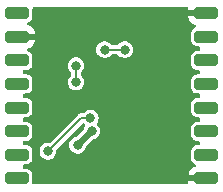
<source format=gbl>
%TF.GenerationSoftware,KiCad,Pcbnew,7.0.8*%
%TF.CreationDate,2024-01-16T20:57:43+00:00*%
%TF.ProjectId,RadioModule,52616469-6f4d-46f6-9475-6c652e6b6963,rev?*%
%TF.SameCoordinates,Original*%
%TF.FileFunction,Copper,L4,Bot*%
%TF.FilePolarity,Positive*%
%FSLAX46Y46*%
G04 Gerber Fmt 4.6, Leading zero omitted, Abs format (unit mm)*
G04 Created by KiCad (PCBNEW 7.0.8) date 2024-01-16 20:57:43*
%MOMM*%
%LPD*%
G01*
G04 APERTURE LIST*
G04 Aperture macros list*
%AMRoundRect*
0 Rectangle with rounded corners*
0 $1 Rounding radius*
0 $2 $3 $4 $5 $6 $7 $8 $9 X,Y pos of 4 corners*
0 Add a 4 corners polygon primitive as box body*
4,1,4,$2,$3,$4,$5,$6,$7,$8,$9,$2,$3,0*
0 Add four circle primitives for the rounded corners*
1,1,$1+$1,$2,$3*
1,1,$1+$1,$4,$5*
1,1,$1+$1,$6,$7*
1,1,$1+$1,$8,$9*
0 Add four rect primitives between the rounded corners*
20,1,$1+$1,$2,$3,$4,$5,0*
20,1,$1+$1,$4,$5,$6,$7,0*
20,1,$1+$1,$6,$7,$8,$9,0*
20,1,$1+$1,$8,$9,$2,$3,0*%
G04 Aperture macros list end*
%TA.AperFunction,CastellatedPad*%
%ADD10RoundRect,0.250000X0.750000X-0.250000X0.750000X0.250000X-0.750000X0.250000X-0.750000X-0.250000X0*%
%TD*%
%TA.AperFunction,ViaPad*%
%ADD11C,0.800000*%
%TD*%
%TA.AperFunction,Conductor*%
%ADD12C,0.200000*%
%TD*%
%TA.AperFunction,Conductor*%
%ADD13C,0.500000*%
%TD*%
G04 APERTURE END LIST*
D10*
%TO.P,J5,1,Pin_1*%
%TO.N,3V3*%
X90000000Y-79000000D03*
%TD*%
%TO.P,J7,1,Pin_1*%
%TO.N,unconnected-(J7-Pin_1-Pad1)*%
X90000000Y-83000000D03*
%TD*%
%TO.P,J9,1,Pin_1*%
%TO.N,GND*%
X106000000Y-71000000D03*
%TD*%
%TO.P,J3,1,Pin_1*%
%TO.N,unconnected-(J3-Pin_1-Pad1)*%
X90000000Y-75000000D03*
%TD*%
%TO.P,J16,1,Pin_1*%
%TO.N,GND*%
X106000000Y-85000000D03*
%TD*%
%TO.P,J6,1,Pin_1*%
%TO.N,INT*%
X90000000Y-81000000D03*
%TD*%
%TO.P,J12,1,Pin_1*%
%TO.N,CS*%
X106000000Y-77000000D03*
%TD*%
%TO.P,J2,1,Pin_1*%
%TO.N,GND*%
X90000000Y-73000000D03*
%TD*%
%TO.P,J11,1,Pin_1*%
%TO.N,NRST*%
X106000000Y-75000000D03*
%TD*%
%TO.P,J15,1,Pin_1*%
%TO.N,MISO*%
X106000000Y-83000000D03*
%TD*%
%TO.P,J4,1,Pin_1*%
%TO.N,unconnected-(J4-Pin_1-Pad1)*%
X90000000Y-77000000D03*
%TD*%
%TO.P,J14,1,Pin_1*%
%TO.N,MOSI*%
X106000000Y-81000000D03*
%TD*%
%TO.P,J1,1,Pin_1*%
%TO.N,ANT*%
X90000000Y-71000000D03*
%TD*%
%TO.P,J8,1,Pin_1*%
%TO.N,unconnected-(J8-Pin_1-Pad1)*%
X90000000Y-85000000D03*
%TD*%
%TO.P,J10,1,Pin_1*%
%TO.N,unconnected-(J10-Pin_1-Pad1)*%
X106000000Y-73000000D03*
%TD*%
%TO.P,J13,1,Pin_1*%
%TO.N,SCK*%
X106000000Y-79000000D03*
%TD*%
D11*
%TO.N,GND*%
X99200000Y-77100000D03*
X92000000Y-74600000D03*
X93800000Y-74500000D03*
X102300000Y-73100000D03*
X92800000Y-78000000D03*
X100100000Y-71300000D03*
X97800000Y-77100000D03*
X98700000Y-84000000D03*
X96700000Y-82400000D03*
%TO.N,INT*%
X96200000Y-79900000D03*
X92600000Y-82700000D03*
%TO.N,NRST*%
X97400000Y-74100000D03*
X94979499Y-76839694D03*
X94993869Y-75440757D03*
X99100000Y-74100000D03*
%TO.N,3V3*%
X96315712Y-80999803D03*
X95117500Y-82189499D03*
%TD*%
D12*
%TO.N,INT*%
X95400000Y-79900000D02*
X92600000Y-82700000D01*
X96200000Y-79900000D02*
X95400000Y-79900000D01*
%TO.N,NRST*%
X94979499Y-76839694D02*
X94979499Y-75455127D01*
X97400000Y-74100000D02*
X99100000Y-74100000D01*
X94979499Y-75455127D02*
X94993869Y-75440757D01*
D13*
%TO.N,3V3*%
X96315712Y-80999803D02*
X96307196Y-80999803D01*
X96307196Y-80999803D02*
X95117500Y-82189499D01*
%TD*%
%TA.AperFunction,Conductor*%
%TO.N,GND*%
G36*
X104450109Y-70520185D02*
G01*
X104495864Y-70572989D01*
X104506428Y-70637103D01*
X104500000Y-70700013D01*
X104500000Y-70750000D01*
X105365500Y-70750000D01*
X105432539Y-70769685D01*
X105478294Y-70822489D01*
X105489500Y-70874000D01*
X105489500Y-71126000D01*
X105469815Y-71193039D01*
X105417011Y-71238794D01*
X105365500Y-71250000D01*
X104500001Y-71250000D01*
X104500001Y-71299986D01*
X104510494Y-71402697D01*
X104565641Y-71569119D01*
X104565643Y-71569124D01*
X104657684Y-71718345D01*
X104781654Y-71842315D01*
X104930875Y-71934356D01*
X104930880Y-71934358D01*
X105088116Y-71986461D01*
X105145561Y-72026234D01*
X105172384Y-72090749D01*
X105160069Y-72159525D01*
X105112526Y-72210725D01*
X105094602Y-72219521D01*
X104977660Y-72265637D01*
X104977658Y-72265638D01*
X104857077Y-72357077D01*
X104765639Y-72477656D01*
X104710122Y-72618438D01*
X104704188Y-72667853D01*
X104699500Y-72706898D01*
X104699500Y-73293102D01*
X104700327Y-73299986D01*
X104710122Y-73381561D01*
X104765639Y-73522343D01*
X104857077Y-73642922D01*
X104977656Y-73734360D01*
X104977657Y-73734360D01*
X104977658Y-73734361D01*
X105118436Y-73789877D01*
X105206898Y-73800500D01*
X105365500Y-73800500D01*
X105432539Y-73820185D01*
X105478294Y-73872989D01*
X105489500Y-73924500D01*
X105489500Y-74075500D01*
X105469815Y-74142539D01*
X105417011Y-74188294D01*
X105365500Y-74199500D01*
X105206898Y-74199500D01*
X105167853Y-74204188D01*
X105118438Y-74210122D01*
X104977656Y-74265639D01*
X104857077Y-74357077D01*
X104765639Y-74477656D01*
X104710122Y-74618438D01*
X104704188Y-74667853D01*
X104699500Y-74706898D01*
X104699500Y-75293102D01*
X104705126Y-75339954D01*
X104710122Y-75381561D01*
X104765639Y-75522343D01*
X104857077Y-75642922D01*
X104977656Y-75734360D01*
X104977657Y-75734360D01*
X104977658Y-75734361D01*
X105118436Y-75789877D01*
X105206898Y-75800500D01*
X105365500Y-75800500D01*
X105432539Y-75820185D01*
X105478294Y-75872989D01*
X105489500Y-75924500D01*
X105489500Y-76075500D01*
X105469815Y-76142539D01*
X105417011Y-76188294D01*
X105365500Y-76199500D01*
X105206898Y-76199500D01*
X105167853Y-76204188D01*
X105118438Y-76210122D01*
X104977656Y-76265639D01*
X104857077Y-76357077D01*
X104765639Y-76477656D01*
X104710122Y-76618438D01*
X104704188Y-76667853D01*
X104699500Y-76706898D01*
X104699500Y-77293102D01*
X104701244Y-77307621D01*
X104710122Y-77381561D01*
X104765639Y-77522343D01*
X104857077Y-77642922D01*
X104977656Y-77734360D01*
X104977657Y-77734360D01*
X104977658Y-77734361D01*
X105118436Y-77789877D01*
X105206898Y-77800500D01*
X105365500Y-77800500D01*
X105432539Y-77820185D01*
X105478294Y-77872989D01*
X105489500Y-77924500D01*
X105489500Y-78075500D01*
X105469815Y-78142539D01*
X105417011Y-78188294D01*
X105365500Y-78199500D01*
X105206898Y-78199500D01*
X105167853Y-78204188D01*
X105118438Y-78210122D01*
X104977656Y-78265639D01*
X104857077Y-78357077D01*
X104765639Y-78477656D01*
X104710122Y-78618438D01*
X104704188Y-78667853D01*
X104699500Y-78706898D01*
X104699500Y-79293102D01*
X104702642Y-79319263D01*
X104710122Y-79381561D01*
X104765639Y-79522343D01*
X104857077Y-79642922D01*
X104977656Y-79734360D01*
X104977657Y-79734360D01*
X104977658Y-79734361D01*
X105118436Y-79789877D01*
X105206898Y-79800500D01*
X105365500Y-79800500D01*
X105432539Y-79820185D01*
X105478294Y-79872989D01*
X105489500Y-79924500D01*
X105489500Y-80075500D01*
X105469815Y-80142539D01*
X105417011Y-80188294D01*
X105365500Y-80199500D01*
X105206898Y-80199500D01*
X105167853Y-80204188D01*
X105118438Y-80210122D01*
X104977656Y-80265639D01*
X104857077Y-80357077D01*
X104765639Y-80477656D01*
X104710122Y-80618438D01*
X104704188Y-80667853D01*
X104699500Y-80706898D01*
X104699500Y-81293102D01*
X104703659Y-81327733D01*
X104710122Y-81381561D01*
X104765639Y-81522343D01*
X104857077Y-81642922D01*
X104977656Y-81734360D01*
X104977657Y-81734360D01*
X104977658Y-81734361D01*
X105118436Y-81789877D01*
X105206898Y-81800500D01*
X105365500Y-81800500D01*
X105432539Y-81820185D01*
X105478294Y-81872989D01*
X105489500Y-81924500D01*
X105489500Y-82075500D01*
X105469815Y-82142539D01*
X105417011Y-82188294D01*
X105365500Y-82199500D01*
X105206898Y-82199500D01*
X105167853Y-82204188D01*
X105118438Y-82210122D01*
X104977656Y-82265639D01*
X104857077Y-82357077D01*
X104765639Y-82477656D01*
X104710122Y-82618438D01*
X104704188Y-82667853D01*
X104699500Y-82706898D01*
X104699500Y-83293102D01*
X104705126Y-83339954D01*
X104710122Y-83381561D01*
X104710122Y-83381563D01*
X104710123Y-83381564D01*
X104727722Y-83426192D01*
X104765639Y-83522343D01*
X104857077Y-83642922D01*
X104977656Y-83734360D01*
X104977657Y-83734360D01*
X104977658Y-83734361D01*
X105094602Y-83780478D01*
X105149745Y-83823383D01*
X105172938Y-83889291D01*
X105156818Y-83957275D01*
X105106501Y-84005752D01*
X105088116Y-84013538D01*
X104930878Y-84065642D01*
X104930875Y-84065643D01*
X104781654Y-84157684D01*
X104657684Y-84281654D01*
X104565643Y-84430875D01*
X104565641Y-84430880D01*
X104510494Y-84597302D01*
X104510493Y-84597309D01*
X104500000Y-84700013D01*
X104500000Y-84750000D01*
X105365500Y-84750000D01*
X105432539Y-84769685D01*
X105478294Y-84822489D01*
X105489500Y-84874000D01*
X105489500Y-85126000D01*
X105469815Y-85193039D01*
X105417011Y-85238794D01*
X105365500Y-85250000D01*
X104500001Y-85250000D01*
X104500001Y-85299986D01*
X104507450Y-85372898D01*
X104494680Y-85441591D01*
X104446800Y-85492475D01*
X104384092Y-85509500D01*
X91414296Y-85509500D01*
X91347257Y-85489815D01*
X91301502Y-85437011D01*
X91291180Y-85370717D01*
X91299673Y-85299986D01*
X91300500Y-85293102D01*
X91300500Y-84706898D01*
X91289877Y-84618436D01*
X91234361Y-84477658D01*
X91234360Y-84477657D01*
X91234360Y-84477656D01*
X91142922Y-84357077D01*
X91022343Y-84265639D01*
X90881561Y-84210122D01*
X90835926Y-84204642D01*
X90793102Y-84199500D01*
X90793097Y-84199500D01*
X90624500Y-84199500D01*
X90557461Y-84179815D01*
X90511706Y-84127011D01*
X90500500Y-84075500D01*
X90500500Y-83924500D01*
X90520185Y-83857461D01*
X90572989Y-83811706D01*
X90624500Y-83800500D01*
X90793097Y-83800500D01*
X90793102Y-83800500D01*
X90881564Y-83789877D01*
X91022342Y-83734361D01*
X91142922Y-83642922D01*
X91234361Y-83522342D01*
X91289877Y-83381564D01*
X91300500Y-83293102D01*
X91300500Y-82706898D01*
X91299672Y-82700000D01*
X91894355Y-82700000D01*
X91914859Y-82868869D01*
X91914860Y-82868874D01*
X91975182Y-83027931D01*
X92037475Y-83118177D01*
X92071817Y-83167929D01*
X92177505Y-83261560D01*
X92199150Y-83280736D01*
X92349773Y-83359789D01*
X92349775Y-83359790D01*
X92514944Y-83400500D01*
X92685056Y-83400500D01*
X92850225Y-83359790D01*
X92929692Y-83318081D01*
X93000849Y-83280736D01*
X93000850Y-83280734D01*
X93000852Y-83280734D01*
X93128183Y-83167929D01*
X93224818Y-83027930D01*
X93285140Y-82868872D01*
X93305645Y-82700000D01*
X93297844Y-82635758D01*
X93309304Y-82566837D01*
X93333256Y-82533135D01*
X95497361Y-80369031D01*
X95558682Y-80335548D01*
X95628374Y-80340532D01*
X95667267Y-80363898D01*
X95671816Y-80367928D01*
X95671817Y-80367929D01*
X95729542Y-80419069D01*
X95731614Y-80420904D01*
X95768741Y-80480094D01*
X95767973Y-80549959D01*
X95751437Y-80584159D01*
X95690897Y-80671866D01*
X95690894Y-80671872D01*
X95630572Y-80830927D01*
X95630571Y-80830932D01*
X95626473Y-80864683D01*
X95598849Y-80928861D01*
X95591058Y-80937415D01*
X95066218Y-81462255D01*
X95008212Y-81494971D01*
X94867273Y-81529709D01*
X94716650Y-81608762D01*
X94589316Y-81721571D01*
X94492682Y-81861567D01*
X94432360Y-82020624D01*
X94432359Y-82020629D01*
X94411855Y-82189499D01*
X94432359Y-82358368D01*
X94432360Y-82358373D01*
X94492682Y-82517430D01*
X94502139Y-82531130D01*
X94589317Y-82657428D01*
X94695005Y-82751059D01*
X94716650Y-82770235D01*
X94867273Y-82849288D01*
X94867275Y-82849289D01*
X95032444Y-82889999D01*
X95202556Y-82889999D01*
X95367725Y-82849289D01*
X95447192Y-82807580D01*
X95518349Y-82770235D01*
X95518350Y-82770233D01*
X95518352Y-82770233D01*
X95645683Y-82657428D01*
X95742318Y-82517429D01*
X95802640Y-82358371D01*
X95807914Y-82314928D01*
X95835534Y-82250751D01*
X95843318Y-82242204D01*
X96355692Y-81729830D01*
X96413695Y-81697116D01*
X96565937Y-81659593D01*
X96662781Y-81608765D01*
X96716561Y-81580539D01*
X96716562Y-81580537D01*
X96716564Y-81580537D01*
X96843895Y-81467732D01*
X96940530Y-81327733D01*
X97000852Y-81168675D01*
X97021357Y-80999803D01*
X97000852Y-80830931D01*
X97000850Y-80830927D01*
X96940529Y-80671871D01*
X96856378Y-80549959D01*
X96843895Y-80531874D01*
X96843893Y-80531872D01*
X96784097Y-80478897D01*
X96746970Y-80419708D01*
X96747738Y-80349842D01*
X96764271Y-80315646D01*
X96824818Y-80227930D01*
X96885140Y-80068872D01*
X96905645Y-79900000D01*
X96885140Y-79731128D01*
X96824818Y-79572070D01*
X96824735Y-79571950D01*
X96737756Y-79445940D01*
X96728183Y-79432071D01*
X96600852Y-79319266D01*
X96600849Y-79319263D01*
X96450226Y-79240210D01*
X96285056Y-79199500D01*
X96114944Y-79199500D01*
X95949773Y-79240210D01*
X95799150Y-79319263D01*
X95671816Y-79432071D01*
X95662244Y-79445940D01*
X95607961Y-79489930D01*
X95560194Y-79499500D01*
X95336567Y-79499500D01*
X95315491Y-79506347D01*
X95296582Y-79510887D01*
X95274695Y-79514354D01*
X95254952Y-79524413D01*
X95236988Y-79531854D01*
X95215910Y-79538703D01*
X95215905Y-79538706D01*
X95197977Y-79551731D01*
X95181397Y-79561891D01*
X95161660Y-79571948D01*
X95161659Y-79571949D01*
X95139094Y-79594513D01*
X95139091Y-79594516D01*
X92770425Y-81963181D01*
X92709102Y-81996666D01*
X92682744Y-81999500D01*
X92514944Y-81999500D01*
X92349773Y-82040210D01*
X92199150Y-82119263D01*
X92071816Y-82232072D01*
X91975182Y-82372068D01*
X91914860Y-82531125D01*
X91914859Y-82531130D01*
X91894355Y-82700000D01*
X91299672Y-82700000D01*
X91289877Y-82618436D01*
X91234361Y-82477658D01*
X91234360Y-82477657D01*
X91234360Y-82477656D01*
X91142922Y-82357077D01*
X91022343Y-82265639D01*
X90881561Y-82210122D01*
X90835926Y-82204642D01*
X90793102Y-82199500D01*
X90793097Y-82199500D01*
X90624500Y-82199500D01*
X90557461Y-82179815D01*
X90511706Y-82127011D01*
X90500500Y-82075500D01*
X90500500Y-81924500D01*
X90520185Y-81857461D01*
X90572989Y-81811706D01*
X90624500Y-81800500D01*
X90793097Y-81800500D01*
X90793102Y-81800500D01*
X90881564Y-81789877D01*
X91022342Y-81734361D01*
X91142922Y-81642922D01*
X91234361Y-81522342D01*
X91289877Y-81381564D01*
X91300500Y-81293102D01*
X91300500Y-80706898D01*
X91289877Y-80618436D01*
X91234361Y-80477658D01*
X91234360Y-80477657D01*
X91234360Y-80477656D01*
X91142922Y-80357077D01*
X91022343Y-80265639D01*
X90881561Y-80210122D01*
X90835926Y-80204642D01*
X90793102Y-80199500D01*
X90793097Y-80199500D01*
X90624500Y-80199500D01*
X90557461Y-80179815D01*
X90511706Y-80127011D01*
X90500500Y-80075500D01*
X90500500Y-79924500D01*
X90520185Y-79857461D01*
X90572989Y-79811706D01*
X90624500Y-79800500D01*
X90793097Y-79800500D01*
X90793102Y-79800500D01*
X90881564Y-79789877D01*
X91022342Y-79734361D01*
X91142922Y-79642922D01*
X91234361Y-79522342D01*
X91289877Y-79381564D01*
X91300500Y-79293102D01*
X91300500Y-78706898D01*
X91289877Y-78618436D01*
X91234361Y-78477658D01*
X91234360Y-78477657D01*
X91234360Y-78477656D01*
X91142922Y-78357077D01*
X91022343Y-78265639D01*
X90881561Y-78210122D01*
X90835926Y-78204642D01*
X90793102Y-78199500D01*
X90793097Y-78199500D01*
X90624500Y-78199500D01*
X90557461Y-78179815D01*
X90511706Y-78127011D01*
X90500500Y-78075500D01*
X90500500Y-77924500D01*
X90520185Y-77857461D01*
X90572989Y-77811706D01*
X90624500Y-77800500D01*
X90793097Y-77800500D01*
X90793102Y-77800500D01*
X90881564Y-77789877D01*
X91022342Y-77734361D01*
X91142922Y-77642922D01*
X91234361Y-77522342D01*
X91289877Y-77381564D01*
X91300500Y-77293102D01*
X91300500Y-76839694D01*
X94273854Y-76839694D01*
X94294358Y-77008563D01*
X94294359Y-77008568D01*
X94354681Y-77167625D01*
X94416974Y-77257871D01*
X94451316Y-77307623D01*
X94557004Y-77401254D01*
X94578649Y-77420430D01*
X94729272Y-77499483D01*
X94729274Y-77499484D01*
X94894443Y-77540194D01*
X95064555Y-77540194D01*
X95229724Y-77499484D01*
X95309191Y-77457775D01*
X95380348Y-77420430D01*
X95380349Y-77420428D01*
X95380351Y-77420428D01*
X95507682Y-77307623D01*
X95604317Y-77167624D01*
X95664639Y-77008566D01*
X95685144Y-76839694D01*
X95664639Y-76670822D01*
X95604317Y-76511764D01*
X95507682Y-76371765D01*
X95491103Y-76357077D01*
X95421772Y-76295655D01*
X95384645Y-76236466D01*
X95379999Y-76202840D01*
X95379999Y-76090341D01*
X95399684Y-76023302D01*
X95421768Y-75997529D01*
X95522052Y-75908686D01*
X95618687Y-75768687D01*
X95679009Y-75609629D01*
X95699514Y-75440757D01*
X95679009Y-75271885D01*
X95618687Y-75112827D01*
X95522052Y-74972828D01*
X95394721Y-74860023D01*
X95394718Y-74860020D01*
X95244095Y-74780967D01*
X95078925Y-74740257D01*
X94908813Y-74740257D01*
X94743642Y-74780967D01*
X94593019Y-74860020D01*
X94465685Y-74972829D01*
X94369051Y-75112825D01*
X94308729Y-75271882D01*
X94308728Y-75271887D01*
X94288224Y-75440757D01*
X94308728Y-75609626D01*
X94308729Y-75609631D01*
X94369051Y-75768688D01*
X94430328Y-75857461D01*
X94465686Y-75908686D01*
X94537226Y-75972065D01*
X94574353Y-76031254D01*
X94578999Y-76064880D01*
X94578999Y-76202840D01*
X94559314Y-76269879D01*
X94537226Y-76295655D01*
X94451317Y-76371763D01*
X94354681Y-76511762D01*
X94294359Y-76670819D01*
X94294358Y-76670824D01*
X94273854Y-76839694D01*
X91300500Y-76839694D01*
X91300500Y-76706898D01*
X91289877Y-76618436D01*
X91234361Y-76477658D01*
X91234360Y-76477657D01*
X91234360Y-76477656D01*
X91142922Y-76357077D01*
X91022343Y-76265639D01*
X90881561Y-76210122D01*
X90835926Y-76204642D01*
X90793102Y-76199500D01*
X90793097Y-76199500D01*
X90624500Y-76199500D01*
X90557461Y-76179815D01*
X90511706Y-76127011D01*
X90500500Y-76075500D01*
X90500500Y-75924500D01*
X90520185Y-75857461D01*
X90572989Y-75811706D01*
X90624500Y-75800500D01*
X90793097Y-75800500D01*
X90793102Y-75800500D01*
X90881564Y-75789877D01*
X91022342Y-75734361D01*
X91142922Y-75642922D01*
X91234361Y-75522342D01*
X91289877Y-75381564D01*
X91300500Y-75293102D01*
X91300500Y-74706898D01*
X91289877Y-74618436D01*
X91234361Y-74477658D01*
X91234360Y-74477657D01*
X91234360Y-74477656D01*
X91142922Y-74357077D01*
X91022341Y-74265638D01*
X91022339Y-74265637D01*
X90905398Y-74219521D01*
X90850254Y-74176615D01*
X90827061Y-74110708D01*
X90829600Y-74100000D01*
X96694355Y-74100000D01*
X96714859Y-74268869D01*
X96714860Y-74268874D01*
X96775182Y-74427931D01*
X96837475Y-74518177D01*
X96871817Y-74567929D01*
X96977505Y-74661560D01*
X96999150Y-74680736D01*
X97112558Y-74740257D01*
X97149775Y-74759790D01*
X97314944Y-74800500D01*
X97485056Y-74800500D01*
X97650225Y-74759790D01*
X97751001Y-74706898D01*
X97800849Y-74680736D01*
X97800850Y-74680734D01*
X97800852Y-74680734D01*
X97928183Y-74567929D01*
X97937756Y-74554059D01*
X97992039Y-74510070D01*
X98039806Y-74500500D01*
X98460194Y-74500500D01*
X98527233Y-74520185D01*
X98562244Y-74554060D01*
X98571816Y-74567928D01*
X98699150Y-74680736D01*
X98812558Y-74740257D01*
X98849775Y-74759790D01*
X99014944Y-74800500D01*
X99185056Y-74800500D01*
X99350225Y-74759790D01*
X99451001Y-74706898D01*
X99500849Y-74680736D01*
X99500850Y-74680734D01*
X99500852Y-74680734D01*
X99628183Y-74567929D01*
X99724818Y-74427930D01*
X99785140Y-74268872D01*
X99805645Y-74100000D01*
X99785140Y-73931128D01*
X99724818Y-73772070D01*
X99698788Y-73734360D01*
X99668120Y-73689930D01*
X99628183Y-73632071D01*
X99533316Y-73548026D01*
X99500849Y-73519263D01*
X99350226Y-73440210D01*
X99185056Y-73399500D01*
X99014944Y-73399500D01*
X98849773Y-73440210D01*
X98699150Y-73519263D01*
X98571816Y-73632071D01*
X98562244Y-73645940D01*
X98507961Y-73689930D01*
X98460194Y-73699500D01*
X98039806Y-73699500D01*
X97972767Y-73679815D01*
X97937756Y-73645940D01*
X97928183Y-73632071D01*
X97800849Y-73519263D01*
X97650226Y-73440210D01*
X97485056Y-73399500D01*
X97314944Y-73399500D01*
X97149773Y-73440210D01*
X96999150Y-73519263D01*
X96871816Y-73632072D01*
X96775182Y-73772068D01*
X96714860Y-73931125D01*
X96714859Y-73931130D01*
X96694355Y-74100000D01*
X90829600Y-74100000D01*
X90843182Y-74042723D01*
X90893499Y-73994247D01*
X90911884Y-73986461D01*
X91069119Y-73934358D01*
X91069124Y-73934356D01*
X91218345Y-73842315D01*
X91342315Y-73718345D01*
X91434356Y-73569124D01*
X91434358Y-73569119D01*
X91489505Y-73402697D01*
X91489506Y-73402690D01*
X91499999Y-73299986D01*
X91500000Y-73299973D01*
X91500000Y-73250000D01*
X90624500Y-73250000D01*
X90557461Y-73230315D01*
X90511706Y-73177511D01*
X90500500Y-73126000D01*
X90500500Y-72874000D01*
X90520185Y-72806961D01*
X90572989Y-72761206D01*
X90624500Y-72750000D01*
X91499999Y-72750000D01*
X91499999Y-72700028D01*
X91499998Y-72700013D01*
X91489505Y-72597302D01*
X91434358Y-72430880D01*
X91434356Y-72430875D01*
X91342315Y-72281654D01*
X91218345Y-72157684D01*
X91069124Y-72065643D01*
X91069119Y-72065641D01*
X90911883Y-72013538D01*
X90854438Y-71973765D01*
X90827615Y-71909249D01*
X90839930Y-71840473D01*
X90887473Y-71789274D01*
X90905387Y-71780482D01*
X91022342Y-71734361D01*
X91142922Y-71642922D01*
X91234361Y-71522342D01*
X91289877Y-71381564D01*
X91300500Y-71293102D01*
X91300500Y-70706898D01*
X91292380Y-70639282D01*
X91303932Y-70570376D01*
X91350904Y-70518652D01*
X91415496Y-70500500D01*
X104383070Y-70500500D01*
X104450109Y-70520185D01*
G37*
%TD.AperFunction*%
%TD*%
M02*

</source>
